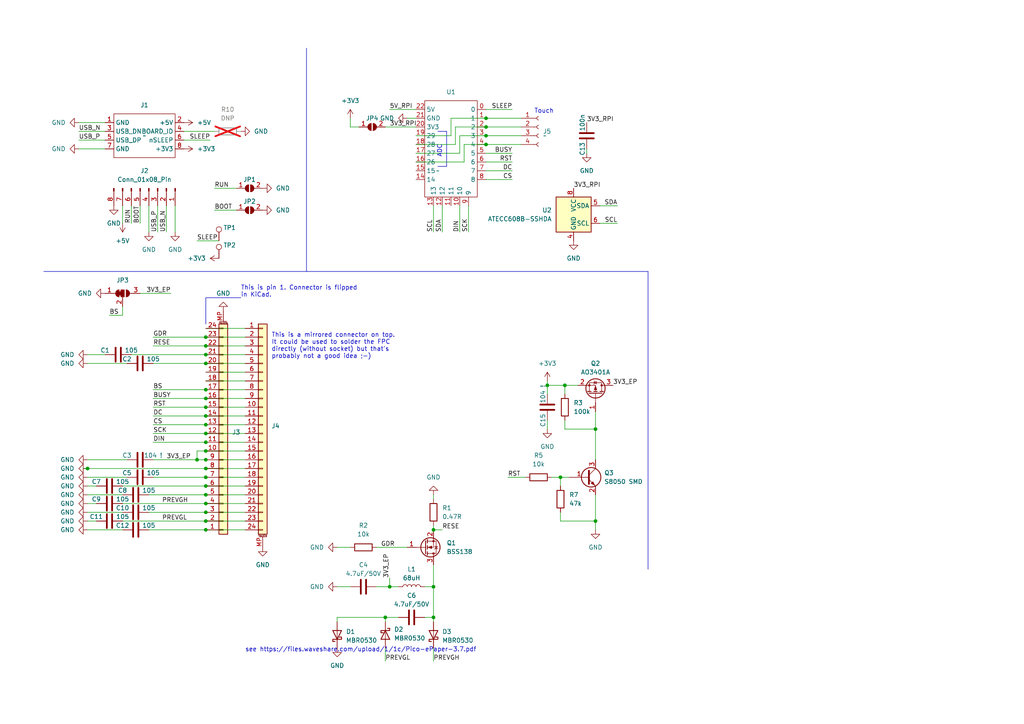
<source format=kicad_sch>
(kicad_sch (version 20230121) (generator eeschema)
  (paper "A4")
  (lib_symbols
    (symbol "Connector:Conn_01x04_Socket" (pin_names (offset 1.016) hide)
      (property "Reference" "J" (at 0 5.08 0))
      (property "Value" "Conn_01x04_Socket" (at 0 -7.62 0))
      (symbol "Conn_01x04_Socket_1_1"
        (arc (start 0 -4.572) (mid -0.5058 -5.08) (end 0 -5.588) (stroke (width 0.1524)))
        (arc (start 0 -2.032) (mid -0.5058 -2.54) (end 0 -3.048) (stroke (width 0.1524)))
        (polyline (pts (xy -1.27 -5.08) (xy -0.508 -5.08)) (stroke (width 0.1524)))
        (polyline (pts (xy -1.27 -2.54) (xy -0.508 -2.54)) (stroke (width 0.1524)))
        (polyline (pts (xy -1.27 0) (xy -0.508 0)) (stroke (width 0.1524)))
        (polyline (pts (xy -1.27 2.54) (xy -0.508 2.54)) (stroke (width 0.1524)))
        (arc (start 0 0.508) (mid -0.5058 0) (end 0 -0.508) (stroke (width 0.1524)))
        (arc (start 0 3.048) (mid -0.5058 2.54) (end 0 2.032) (stroke (width 0.1524)))
        (pin passive line (at -5.08 2.54 0) (length 3.81) (name "Pin_1") (number "1"))
        (pin passive line (at -5.08 0 0) (length 3.81) (name "Pin_2") (number "2"))
        (pin passive line (at -5.08 -2.54 0) (length 3.81) (name "Pin_3") (number "3"))
        (pin passive line (at -5.08 -5.08 0) (length 3.81) (name "Pin_4") (number "4"))
      )
    )
    (symbol "Connector:Conn_01x08_Pin" (pin_names (offset 1.016) hide)
      (property "Reference" "J" (at 0 10.16 0))
      (property "Value" "Conn_01x08_Pin" (at 0 -12.7 0))
      (symbol "Conn_01x08_Pin_1_1"
        (polyline (pts (xy 1.27 -10.16) (xy 0.8636 -10.16)) (stroke (width 0.1524)))
        (polyline (pts (xy 1.27 -7.62) (xy 0.8636 -7.62)) (stroke (width 0.1524)))
        (polyline (pts (xy 1.27 -5.08) (xy 0.8636 -5.08)) (stroke (width 0.1524)))
        (polyline (pts (xy 1.27 -2.54) (xy 0.8636 -2.54)) (stroke (width 0.1524)))
        (polyline (pts (xy 1.27 0) (xy 0.8636 0)) (stroke (width 0.1524)))
        (polyline (pts (xy 1.27 2.54) (xy 0.8636 2.54)) (stroke (width 0.1524)))
        (polyline (pts (xy 1.27 5.08) (xy 0.8636 5.08)) (stroke (width 0.1524)))
        (polyline (pts (xy 1.27 7.62) (xy 0.8636 7.62)) (stroke (width 0.1524)))
        (rectangle (start 0.8636 -10.033) (end 0 -10.287) (stroke (width 0.1524)) (fill (type outline)))
        (rectangle (start 0.8636 -7.493) (end 0 -7.747) (stroke (width 0.1524)) (fill (type outline)))
        (rectangle (start 0.8636 -4.953) (end 0 -5.207) (stroke (width 0.1524)) (fill (type outline)))
        (rectangle (start 0.8636 -2.413) (end 0 -2.667) (stroke (width 0.1524)) (fill (type outline)))
        (rectangle (start 0.8636 0.127) (end 0 -0.127) (stroke (width 0.1524)) (fill (type outline)))
        (rectangle (start 0.8636 2.667) (end 0 2.413) (stroke (width 0.1524)) (fill (type outline)))
        (rectangle (start 0.8636 5.207) (end 0 4.953) (stroke (width 0.1524)) (fill (type outline)))
        (rectangle (start 0.8636 7.747) (end 0 7.493) (stroke (width 0.1524)) (fill (type outline)))
        (pin passive line (at 5.08 7.62 180) (length 3.81) (name "Pin_1") (number "1"))
        (pin passive line (at 5.08 5.08 180) (length 3.81) (name "Pin_2") (number "2"))
        (pin passive line (at 5.08 2.54 180) (length 3.81) (name "Pin_3") (number "3"))
        (pin passive line (at 5.08 0 180) (length 3.81) (name "Pin_4") (number "4"))
        (pin passive line (at 5.08 -2.54 180) (length 3.81) (name "Pin_5") (number "5"))
        (pin passive line (at 5.08 -5.08 180) (length 3.81) (name "Pin_6") (number "6"))
        (pin passive line (at 5.08 -7.62 180) (length 3.81) (name "Pin_7") (number "7"))
        (pin passive line (at 5.08 -10.16 180) (length 3.81) (name "Pin_8") (number "8"))
      )
    )
    (symbol "Connector:TestPoint" (pin_numbers hide) (pin_names (offset 0.762) hide)
      (property "Reference" "TP" (at 0 6.858 0))
      (property "Value" "TestPoint" (at 0 5.08 0))
      (symbol "TestPoint_0_1"
        (circle (center 0 3.302) (radius 0.762))
      )
      (symbol "TestPoint_1_1"
        (pin passive line (at 0 0 90) (length 2.54) (name "1") (number "1"))
      )
    )
    (symbol "Connector_Generic_MountingPin:Conn_01x24_MountingPin" (pin_names (offset 1.016) hide)
      (property "Reference" "J" (at 0 30.48 0))
      (property "Value" "Conn_01x24_MountingPin" (at 1.27 -33.02 0))
      (symbol "Conn_01x24_MountingPin_1_1"
        (rectangle (start -1.27 -30.353) (end 0 -30.607) (stroke (width 0.1524)))
        (rectangle (start -1.27 -27.813) (end 0 -28.067) (stroke (width 0.1524)))
        (rectangle (start -1.27 -25.273) (end 0 -25.527) (stroke (width 0.1524)))
        (rectangle (start -1.27 -22.733) (end 0 -22.987) (stroke (width 0.1524)))
        (rectangle (start -1.27 -20.193) (end 0 -20.447) (stroke (width 0.1524)))
        (rectangle (start -1.27 -17.653) (end 0 -17.907) (stroke (width 0.1524)))
        (rectangle (start -1.27 -15.113) (end 0 -15.367) (stroke (width 0.1524)))
        (rectangle (start -1.27 -12.573) (end 0 -12.827) (stroke (width 0.1524)))
        (rectangle (start -1.27 -10.033) (end 0 -10.287) (stroke (width 0.1524)))
        (rectangle (start -1.27 -7.493) (end 0 -7.747) (stroke (width 0.1524)))
        (rectangle (start -1.27 -4.953) (end 0 -5.207) (stroke (width 0.1524)))
        (rectangle (start -1.27 -2.413) (end 0 -2.667) (stroke (width 0.1524)))
        (rectangle (start -1.27 0.127) (end 0 -0.127) (stroke (width 0.1524)))
        (rectangle (start -1.27 2.667) (end 0 2.413) (stroke (width 0.1524)))
        (rectangle (start -1.27 5.207) (end 0 4.953) (stroke (width 0.1524)))
        (rectangle (start -1.27 7.747) (end 0 7.493) (stroke (width 0.1524)))
        (rectangle (start -1.27 10.287) (end 0 10.033) (stroke (width 0.1524)))
        (rectangle (start -1.27 12.827) (end 0 12.573) (stroke (width 0.1524)))
        (rectangle (start -1.27 15.367) (end 0 15.113) (stroke (width 0.1524)))
        (rectangle (start -1.27 17.907) (end 0 17.653) (stroke (width 0.1524)))
        (rectangle (start -1.27 20.447) (end 0 20.193) (stroke (width 0.1524)))
        (rectangle (start -1.27 22.987) (end 0 22.733) (stroke (width 0.1524)))
        (rectangle (start -1.27 25.527) (end 0 25.273) (stroke (width 0.1524)))
        (rectangle (start -1.27 28.067) (end 0 27.813) (stroke (width 0.1524)))
        (rectangle (start -1.27 29.21) (end 1.27 -31.75) (stroke (width 0.254)) (fill (type background)))
        (polyline (pts (xy -1.016 -32.512) (xy 1.016 -32.512)) (stroke (width 0.1524)))
        (text "Mounting" (at 0 -32.131 0) (effects (font (size 0.381 0.381))))
        (pin passive line (at -5.08 27.94 0) (length 3.81) (name "Pin_1") (number "1"))
        (pin passive line (at -5.08 5.08 0) (length 3.81) (name "Pin_10") (number "10"))
        (pin passive line (at -5.08 2.54 0) (length 3.81) (name "Pin_11") (number "11"))
        (pin passive line (at -5.08 0 0) (length 3.81) (name "Pin_12") (number "12"))
        (pin passive line (at -5.08 -2.54 0) (length 3.81) (name "Pin_13") (number "13"))
        (pin passive line (at -5.08 -5.08 0) (length 3.81) (name "Pin_14") (number "14"))
        (pin passive line (at -5.08 -7.62 0) (length 3.81) (name "Pin_15") (number "15"))
        (pin passive line (at -5.08 -10.16 0) (length 3.81) (name "Pin_16") (number "16"))
        (pin passive line (at -5.08 -12.7 0) (length 3.81) (name "Pin_17") (number "17"))
        (pin passive line (at -5.08 -15.24 0) (length 3.81) (name "Pin_18") (number "18"))
        (pin passive line (at -5.08 -17.78 0) (length 3.81) (name "Pin_19") (number "19"))
        (pin passive line (at -5.08 25.4 0) (length 3.81) (name "Pin_2") (number "2"))
        (pin passive line (at -5.08 -20.32 0) (length 3.81) (name "Pin_20") (number "20"))
        (pin passive line (at -5.08 -22.86 0) (length 3.81) (name "Pin_21") (number "21"))
        (pin passive line (at -5.08 -25.4 0) (length 3.81) (name "Pin_22") (number "22"))
        (pin passive line (at -5.08 -27.94 0) (length 3.81) (name "Pin_23") (number "23"))
        (pin passive line (at -5.08 -30.48 0) (length 3.81) (name "Pin_24") (number "24"))
        (pin passive line (at -5.08 22.86 0) (length 3.81) (name "Pin_3") (number "3"))
        (pin passive line (at -5.08 20.32 0) (length 3.81) (name "Pin_4") (number "4"))
        (pin passive line (at -5.08 17.78 0) (length 3.81) (name "Pin_5") (number "5"))
        (pin passive line (at -5.08 15.24 0) (length 3.81) (name "Pin_6") (number "6"))
        (pin passive line (at -5.08 12.7 0) (length 3.81) (name "Pin_7") (number "7"))
        (pin passive line (at -5.08 10.16 0) (length 3.81) (name "Pin_8") (number "8"))
        (pin passive line (at -5.08 7.62 0) (length 3.81) (name "Pin_9") (number "9"))
        (pin passive line (at 0 -35.56 90) (length 3.048) (name "MountPin") (number "MP"))
      )
    )
    (symbol "Device:C" (pin_numbers hide) (pin_names (offset 0.254))
      (property "Reference" "C" (at 0.635 2.54 0))
      (property "Value" "C" (at 0.635 -2.54 0))
      (symbol "C_0_1"
        (polyline (pts (xy -2.032 -0.762) (xy 2.032 -0.762)) (stroke (width 0.508)))
        (polyline (pts (xy -2.032 0.762) (xy 2.032 0.762)) (stroke (width 0.508)))
      )
      (symbol "C_1_1"
        (pin passive line (at 0 3.81 270) (length 2.794) (name "~") (number "1"))
        (pin passive line (at 0 -3.81 90) (length 2.794) (name "~") (number "2"))
      )
    )
    (symbol "Device:L" (pin_numbers hide) (pin_names (offset 1.016) hide)
      (property "Reference" "L" (at -1.27 0 90))
      (property "Value" "L" (at 1.905 0 90))
      (symbol "L_0_1"
        (arc (start 0 -2.54) (mid 0.6323 -1.905) (end 0 -1.27))
        (arc (start 0 -1.27) (mid 0.6323 -0.635) (end 0 0))
        (arc (start 0 0) (mid 0.6323 0.635) (end 0 1.27))
        (arc (start 0 1.27) (mid 0.6323 1.905) (end 0 2.54))
      )
      (symbol "L_1_1"
        (pin passive line (at 0 3.81 270) (length 1.27) (name "1") (number "1"))
        (pin passive line (at 0 -3.81 90) (length 1.27) (name "2") (number "2"))
      )
    )
    (symbol "Device:R" (pin_numbers hide) (pin_names (offset 0))
      (property "Reference" "R" (at 2.032 0 90))
      (property "Value" "R" (at 0 0 90))
      (symbol "R_0_1"
        (rectangle (start -1.016 -2.54) (end 1.016 2.54) (stroke (width 0.254)))
      )
      (symbol "R_1_1"
        (pin passive line (at 0 3.81 270) (length 1.27) (name "~") (number "1"))
        (pin passive line (at 0 -3.81 90) (length 1.27) (name "~") (number "2"))
      )
    )
    (symbol "Diode:MBR0530" (pin_numbers hide) (pin_names (offset 1.016) hide)
      (property "Reference" "D" (at 0 2.54 0))
      (property "Value" "MBR0530" (at 0 -2.54 0))
      (symbol "MBR0530_0_1"
        (polyline (pts (xy 1.27 0) (xy -1.27 0)))
        (polyline (pts (xy 1.27 1.27) (xy 1.27 -1.27) (xy -1.27 0) (xy 1.27 1.27)) (stroke (width 0.254)))
        (polyline (pts (xy -1.905 0.635) (xy -1.905 1.27) (xy -1.27 1.27) (xy -1.27 -1.27) (xy -0.635 -1.27) (xy -0.635 -0.635)) (stroke (width 0.254)))
      )
      (symbol "MBR0530_1_1"
        (pin passive line (at -3.81 0 0) (length 2.54) (name "K") (number "1"))
        (pin passive line (at 3.81 0 180) (length 2.54) (name "A") (number "2"))
      )
    )
    (symbol "Jumper:SolderJumper_2_Open" (pin_names (offset 0) hide)
      (property "Reference" "JP" (at 0 2.032 0))
      (property "Value" "SolderJumper_2_Open" (at 0 -2.54 0))
      (symbol "SolderJumper_2_Open_0_1"
        (arc (start -0.254 1.016) (mid -1.2656 0) (end -0.254 -1.016))
        (arc (start -0.254 1.016) (mid -1.2656 0) (end -0.254 -1.016) (fill (type outline)))
        (polyline (pts (xy -0.254 1.016) (xy -0.254 -1.016)))
        (polyline (pts (xy 0.254 1.016) (xy 0.254 -1.016)))
        (arc (start 0.254 -1.016) (mid 1.2656 0) (end 0.254 1.016))
        (arc (start 0.254 -1.016) (mid 1.2656 0) (end 0.254 1.016) (fill (type outline)))
      )
      (symbol "SolderJumper_2_Open_1_1"
        (pin passive line (at -3.81 0 0) (length 2.54) (name "A") (number "1"))
        (pin passive line (at 3.81 0 180) (length 2.54) (name "B") (number "2"))
      )
    )
    (symbol "Jumper:SolderJumper_3_Bridged12" (pin_names (offset 0) hide)
      (property "Reference" "JP" (at -2.54 -2.54 0))
      (property "Value" "SolderJumper_3_Bridged12" (at 0 2.794 0))
      (symbol "SolderJumper_3_Bridged12_0_1"
        (rectangle (start -1.016 0.508) (end -0.508 -0.508) (fill (type outline)))
        (arc (start -1.016 1.016) (mid -2.0276 0) (end -1.016 -1.016))
        (arc (start -1.016 1.016) (mid -2.0276 0) (end -1.016 -1.016) (fill (type outline)))
        (rectangle (start -0.508 1.016) (end 0.508 -1.016) (fill (type outline)))
        (polyline (pts (xy -2.54 0) (xy -2.032 0)))
        (polyline (pts (xy -1.016 1.016) (xy -1.016 -1.016)))
        (polyline (pts (xy 0 -1.27) (xy 0 -1.016)))
        (polyline (pts (xy 1.016 1.016) (xy 1.016 -1.016)))
        (polyline (pts (xy 2.54 0) (xy 2.032 0)))
        (arc (start 1.016 -1.016) (mid 2.0276 0) (end 1.016 1.016))
        (arc (start 1.016 -1.016) (mid 2.0276 0) (end 1.016 1.016) (fill (type outline)))
      )
      (symbol "SolderJumper_3_Bridged12_1_1"
        (pin passive line (at -5.08 0 0) (length 2.54) (name "A") (number "1"))
        (pin passive line (at 0 -3.81 90) (length 2.54) (name "C") (number "2"))
        (pin passive line (at 5.08 0 180) (length 2.54) (name "B") (number "3"))
      )
    )
    (symbol "Security:ATECC608B-SSHDA"
      (property "Reference" "U" (at 3.81 6.35 0))
      (property "Value" "ATECC608B-SSHDA" (at 10.16 -6.35 0))
      (symbol "ATECC608B-SSHDA_0_1"
        (rectangle (start -5.08 5.08) (end 5.08 -5.08) (stroke (width 0.254)) (fill (type background)))
      )
      (symbol "ATECC608B-SSHDA_1_1"
        (pin no_connect line (at -5.08 2.54 0) (length 2.54) hide (name "NC") (number "1"))
        (pin no_connect line (at -5.08 0 0) (length 2.54) hide (name "NC") (number "2"))
        (pin no_connect line (at -5.08 -2.54 0) (length 2.54) hide (name "NC") (number "3"))
        (pin power_in line (at 0 -7.62 90) (length 2.54) (name "GND") (number "4"))
        (pin bidirectional line (at 7.62 2.54 180) (length 2.54) (name "SDA") (number "5"))
        (pin input line (at 7.62 -2.54 180) (length 2.54) (name "SCL") (number "6"))
        (pin no_connect line (at 5.08 0 180) (length 2.54) hide (name "NC") (number "7"))
        (pin power_in line (at 0 7.62 270) (length 2.54) (name "VCC") (number "8"))
      )
    )
    (symbol "Transistor_BJT:BC817" (pin_names (offset 0) hide)
      (property "Reference" "Q" (at 5.08 1.905 0))
      (property "Value" "BC817" (at 5.08 0 0))
      (symbol "BC817_0_1"
        (polyline (pts (xy 0.635 0.635) (xy 2.54 2.54)))
        (polyline (pts (xy 0.635 -0.635) (xy 2.54 -2.54) (xy 2.54 -2.54)))
        (polyline (pts (xy 0.635 1.905) (xy 0.635 -1.905) (xy 0.635 -1.905)) (stroke (width 0.508)))
        (polyline (pts (xy 1.27 -1.778) (xy 1.778 -1.27) (xy 2.286 -2.286) (xy 1.27 -1.778) (xy 1.27 -1.778)) (fill (type outline)))
        (circle (center 1.27 0) (radius 2.8194) (stroke (width 0.254)))
      )
      (symbol "BC817_1_1"
        (pin input line (at -5.08 0 0) (length 5.715) (name "B") (number "1"))
        (pin passive line (at 2.54 -5.08 90) (length 2.54) (name "E") (number "2"))
        (pin passive line (at 2.54 5.08 270) (length 2.54) (name "C") (number "3"))
      )
    )
    (symbol "Transistor_FET:AO3401A" (pin_names hide)
      (property "Reference" "Q" (at 5.08 1.905 0))
      (property "Value" "AO3401A" (at 5.08 0 0))
      (symbol "AO3401A_0_1"
        (polyline (pts (xy 0.254 0) (xy -2.54 0)))
        (polyline (pts (xy 0.254 1.905) (xy 0.254 -1.905)) (stroke (width 0.254)))
        (polyline (pts (xy 0.762 -1.27) (xy 0.762 -2.286)) (stroke (width 0.254)))
        (polyline (pts (xy 0.762 0.508) (xy 0.762 -0.508)) (stroke (width 0.254)))
        (polyline (pts (xy 0.762 2.286) (xy 0.762 1.27)) (stroke (width 0.254)))
        (polyline (pts (xy 2.54 2.54) (xy 2.54 1.778)))
        (polyline (pts (xy 2.54 -2.54) (xy 2.54 0) (xy 0.762 0)))
        (polyline (pts (xy 0.762 1.778) (xy 3.302 1.778) (xy 3.302 -1.778) (xy 0.762 -1.778)))
        (polyline (pts (xy 2.286 0) (xy 1.27 0.381) (xy 1.27 -0.381) (xy 2.286 0)) (fill (type outline)))
        (polyline (pts (xy 2.794 -0.508) (xy 2.921 -0.381) (xy 3.683 -0.381) (xy 3.81 -0.254)))
        (polyline (pts (xy 3.302 -0.381) (xy 2.921 0.254) (xy 3.683 0.254) (xy 3.302 -0.381)))
        (circle (center 1.651 0) (radius 2.794) (stroke (width 0.254)))
        (circle (center 2.54 -1.778) (radius 0.254) (fill (type outline)))
        (circle (center 2.54 1.778) (radius 0.254) (fill (type outline)))
      )
      (symbol "AO3401A_1_1"
        (pin input line (at -5.08 0 0) (length 2.54) (name "G") (number "1"))
        (pin passive line (at 2.54 -5.08 90) (length 2.54) (name "S") (number "2"))
        (pin passive line (at 2.54 5.08 270) (length 2.54) (name "D") (number "3"))
      )
    )
    (symbol "Transistor_FET:BSS138" (pin_names hide)
      (property "Reference" "Q" (at 5.08 1.905 0))
      (property "Value" "BSS138" (at 5.08 0 0))
      (symbol "BSS138_0_1"
        (polyline (pts (xy 0.254 0) (xy -2.54 0)))
        (polyline (pts (xy 0.254 1.905) (xy 0.254 -1.905)) (stroke (width 0.254)))
        (polyline (pts (xy 0.762 -1.27) (xy 0.762 -2.286)) (stroke (width 0.254)))
        (polyline (pts (xy 0.762 0.508) (xy 0.762 -0.508)) (stroke (width 0.254)))
        (polyline (pts (xy 0.762 2.286) (xy 0.762 1.27)) (stroke (width 0.254)))
        (polyline (pts (xy 2.54 2.54) (xy 2.54 1.778)))
        (polyline (pts (xy 2.54 -2.54) (xy 2.54 0) (xy 0.762 0)))
        (polyline (pts (xy 0.762 -1.778) (xy 3.302 -1.778) (xy 3.302 1.778) (xy 0.762 1.778)))
        (polyline (pts (xy 1.016 0) (xy 2.032 0.381) (xy 2.032 -0.381) (xy 1.016 0)) (fill (type outline)))
        (polyline (pts (xy 2.794 0.508) (xy 2.921 0.381) (xy 3.683 0.381) (xy 3.81 0.254)))
        (polyline (pts (xy 3.302 0.381) (xy 2.921 -0.254) (xy 3.683 -0.254) (xy 3.302 0.381)))
        (circle (center 1.651 0) (radius 2.794) (stroke (width 0.254)))
        (circle (center 2.54 -1.778) (radius 0.254) (fill (type outline)))
        (circle (center 2.54 1.778) (radius 0.254) (fill (type outline)))
      )
      (symbol "BSS138_1_1"
        (pin input line (at -5.08 0 0) (length 2.54) (name "G") (number "1"))
        (pin passive line (at 2.54 -5.08 90) (length 2.54) (name "S") (number "2"))
        (pin passive line (at 2.54 5.08 270) (length 2.54) (name "D") (number "3"))
      )
    )
    (symbol "fw16_epaper:FrameworkInputModule"
      (property "Reference" "J" (at 0 -7.62 0))
      (symbol "FrameworkInputModule_0_1"
        (rectangle (start -8.89 6.35) (end 8.89 -6.35))
      )
      (symbol "FrameworkInputModule_1_1"
        (pin input line (at -11.43 3.81 0) (length 2.54) (name "GND") (number "1"))
        (pin input line (at 11.43 3.81 180) (length 2.54) (name "+5V") (number "2"))
        (pin input line (at -11.43 1.27 0) (length 2.54) (name "USB_DN") (number "3"))
        (pin input line (at 11.43 1.27 180) (length 2.54) (name "BOARD_ID") (number "4"))
        (pin input line (at -11.43 -1.27 0) (length 2.54) (name "USB_DP") (number "5"))
        (pin input line (at 11.43 -1.27 180) (length 2.54) (name "nSLEEP") (number "6"))
        (pin input line (at -11.43 -3.81 0) (length 2.54) (name "GND") (number "7"))
        (pin input line (at 11.43 -3.81 180) (length 2.54) (name "+3V3") (number "8"))
      )
    )
    (symbol "fw16_epaper:RP2040-Tiny"
      (property "Reference" "U" (at 0 0 0))
      (symbol "RP2040-Tiny_0_1"
        (rectangle (start -7.62 12.7) (end 7.62 -15.24))
      )
      (symbol "RP2040-Tiny_1_1"
        (pin input line (at 10.16 10.16 180) (length 2.54) (name "0") (number "0"))
        (pin input line (at 10.16 7.62 180) (length 2.54) (name "1") (number "1"))
        (pin input line (at 2.54 -17.78 90) (length 2.54) (name "10") (number "10"))
        (pin input line (at 0 -17.78 90) (length 2.54) (name "11") (number "11"))
        (pin input line (at -2.54 -17.78 90) (length 2.54) (name "12") (number "12"))
        (pin input line (at -5.08 -17.78 90) (length 2.54) (name "13") (number "13"))
        (pin input line (at -10.16 -10.16 0) (length 2.54) (name "14") (number "14"))
        (pin input line (at -10.16 -7.62 0) (length 2.54) (name "15") (number "15"))
        (pin input line (at -10.16 -5.08 0) (length 2.54) (name "26") (number "16"))
        (pin input line (at -10.16 -2.54 0) (length 2.54) (name "27") (number "17"))
        (pin input line (at -10.16 0 0) (length 2.54) (name "28") (number "18"))
        (pin input line (at -10.16 2.54 0) (length 2.54) (name "29") (number "19"))
        (pin input line (at 10.16 5.08 180) (length 2.54) (name "2") (number "2"))
        (pin input line (at -10.16 5.08 0) (length 2.54) (name "3V3") (number "20"))
        (pin input line (at -10.16 7.62 0) (length 2.54) (name "GND") (number "21"))
        (pin input line (at -10.16 10.16 0) (length 2.54) (name "5V") (number "22"))
        (pin input line (at 10.16 2.54 180) (length 2.54) (name "3") (number "3"))
        (pin input line (at 10.16 0 180) (length 2.54) (name "4") (number "4"))
        (pin input line (at 10.16 -2.54 180) (length 2.54) (name "5") (number "5"))
        (pin input line (at 10.16 -5.08 180) (length 2.54) (name "6") (number "6"))
        (pin input line (at 10.16 -7.62 180) (length 2.54) (name "7") (number "7"))
        (pin input line (at 10.16 -10.16 180) (length 2.54) (name "8") (number "8"))
        (pin input line (at 5.08 -17.78 90) (length 2.54) (name "9") (number "9"))
      )
    )
    (symbol "power:+3V3" (power) (pin_names (offset 0))
      (property "Value" "+3V3" (at 0 3.556 0))
      (symbol "+3V3_0_1"
        (polyline (pts (xy -0.762 1.27) (xy 0 2.54)))
        (polyline (pts (xy 0 0) (xy 0 2.54)))
        (polyline (pts (xy 0 2.54) (xy 0.762 1.27)))
      )
      (symbol "+3V3_1_1"
        (pin power_in line (at 0 0 90) (length 0) hide (name "+3V3") (number "1"))
      )
    )
    (symbol "power:+5V" (power) (pin_names (offset 0))
      (property "Value" "+5V" (at 0 3.556 0))
      (symbol "+5V_0_1"
        (polyline (pts (xy -0.762 1.27) (xy 0 2.54)))
        (polyline (pts (xy 0 0) (xy 0 2.54)))
        (polyline (pts (xy 0 2.54) (xy 0.762 1.27)))
      )
      (symbol "+5V_1_1"
        (pin power_in line (at 0 0 90) (length 0) hide (name "+5V") (number "1"))
      )
    )
    (symbol "power:GND" (power) (pin_names (offset 0))
      (property "Value" "GND" (at 0 -3.81 0))
      (symbol "GND_0_1"
        (polyline (pts (xy 0 0) (xy 0 -1.27) (xy 1.27 -1.27) (xy 0 -2.54) (xy -1.27 -1.27) (xy 0 -1.27)))
      )
      (symbol "GND_1_1"
        (pin power_in line (at 0 0 270) (length 0) hide (name "GND") (number "1"))
      )
    )
  )
  (junction (at 59.69 153.67))
  (junction (at 59.69 143.51))
  (junction (at 59.69 105.41))
  (junction (at 158.75 111.76))
  (junction (at 25.4 135.89))
  (junction (at 59.69 135.89))
  (junction (at 59.69 102.87))
  (junction (at 59.69 100.33))
  (junction (at 162.56 138.43))
  (junction (at 125.73 153.67))
  (junction (at 59.69 128.27))
  (junction (at 59.69 138.43))
  (junction (at 59.69 120.65))
  (junction (at 59.69 97.79))
  (junction (at 59.69 130.81))
  (junction (at 172.72 124.46))
  (junction (at 125.73 170.18))
  (junction (at 172.72 151.13))
  (junction (at 111.76 179.07))
  (junction (at 140.97 39.37))
  (junction (at 57.15 133.35))
  (junction (at 113.03 170.18))
  (junction (at 59.69 115.57))
  (junction (at 140.97 34.29))
  (junction (at 140.97 36.83))
  (junction (at 163.83 111.76))
  (junction (at 59.69 151.13))
  (junction (at 59.69 146.05))
  (junction (at 125.73 179.07))
  (junction (at 59.69 133.35))
  (junction (at 59.69 140.97))
  (junction (at 59.69 148.59))
  (junction (at 59.69 113.03))
  (junction (at 59.69 125.73))
  (junction (at 59.69 123.19))
  (junction (at 140.97 41.91))
  (junction (at 59.69 118.11))
  (wire (pts (xy 59.69 130.81) (xy 57.15 130.81)))
  (wire (pts (xy 25.4 105.41) (xy 36.83 105.41)))
  (wire (pts (xy 38.1 59.69) (xy 38.1 64.77)))
  (wire (pts (xy 59.69 120.65) (xy 71.12 120.65)))
  (wire (pts (xy 25.4 138.43) (xy 36.83 138.43)))
  (wire (pts (xy 111.76 179.07) (xy 111.76 180.34)))
  (wire (pts (xy 97.79 179.07) (xy 97.79 180.34)))
  (wire (pts (xy 44.45 113.03) (xy 59.69 113.03)))
  (wire (pts (xy 59.69 113.03) (xy 71.12 113.03)))
  (wire (pts (xy 148.59 52.07) (xy 140.97 52.07)))
  (wire (pts (xy 44.45 115.57) (xy 59.69 115.57)))
  (wire (pts (xy 113.03 170.18) (xy 115.57 170.18)))
  (wire (pts (xy 172.72 151.13) (xy 172.72 153.67)))
  (wire (pts (xy 43.18 143.51) (xy 59.69 143.51)))
  (wire (pts (xy 59.69 130.81) (xy 71.12 130.81)))
  (wire (pts (xy 44.45 128.27) (xy 59.69 128.27)))
  (wire (pts (xy 24.13 135.89) (xy 25.4 135.89)))
  (wire (pts (xy 59.69 125.73) (xy 71.12 125.73)))
  (polyline (pts (xy 59.69 86.36) (xy 59.69 93.98)))
  (wire (pts (xy 162.56 148.59) (xy 162.56 151.13)))
  (wire (pts (xy 22.86 43.18) (xy 30.48 43.18)))
  (wire (pts (xy 31.75 91.44) (xy 35.56 91.44)))
  (wire (pts (xy 25.4 133.35) (xy 36.83 133.35)))
  (wire (pts (xy 59.69 146.05) (xy 71.12 146.05)))
  (polyline (pts (xy 12.7 78.74) (xy 187.96 78.74)))
  (wire (pts (xy 25.4 140.97) (xy 27.94 140.97)))
  (wire (pts (xy 133.35 44.45) (xy 133.35 39.37)))
  (wire (pts (xy 40.64 85.09) (xy 49.53 85.09)))
  (wire (pts (xy 163.83 121.92) (xy 163.83 124.46)))
  (polyline (pts (xy 69.85 86.36) (xy 59.69 86.36)))
  (wire (pts (xy 134.62 41.91) (xy 140.97 41.91)))
  (wire (pts (xy 147.32 138.43) (xy 152.4 138.43)))
  (wire (pts (xy 132.08 36.83) (xy 140.97 36.83)))
  (wire (pts (xy 120.65 41.91) (xy 132.08 41.91)))
  (wire (pts (xy 115.57 179.07) (xy 111.76 179.07)))
  (wire (pts (xy 62.23 54.61) (xy 68.58 54.61)))
  (wire (pts (xy 130.81 34.29) (xy 140.97 34.29)))
  (wire (pts (xy 59.69 153.67) (xy 71.12 153.67)))
  (wire (pts (xy 173.99 59.69) (xy 179.07 59.69)))
  (wire (pts (xy 158.75 110.49) (xy 158.75 111.76)))
  (wire (pts (xy 125.73 152.4) (xy 125.73 153.67)))
  (wire (pts (xy 109.22 158.75) (xy 118.11 158.75)))
  (wire (pts (xy 128.27 59.69) (xy 128.27 67.31)))
  (wire (pts (xy 170.18 44.45) (xy 170.18 43.18)))
  (wire (pts (xy 22.86 40.64) (xy 30.48 40.64)))
  (wire (pts (xy 111.76 179.07) (xy 97.79 179.07)))
  (wire (pts (xy 163.83 111.76) (xy 163.83 114.3)))
  (wire (pts (xy 97.79 158.75) (xy 101.6 158.75)))
  (wire (pts (xy 148.59 46.99) (xy 140.97 46.99)))
  (wire (pts (xy 140.97 34.29) (xy 151.13 34.29)))
  (wire (pts (xy 59.69 148.59) (xy 71.12 148.59)))
  (wire (pts (xy 113.03 167.64) (xy 113.03 170.18)))
  (wire (pts (xy 59.69 107.95) (xy 71.12 107.95)))
  (wire (pts (xy 48.26 59.69) (xy 48.26 67.31)))
  (wire (pts (xy 43.18 153.67) (xy 59.69 153.67)))
  (wire (pts (xy 44.45 105.41) (xy 59.69 105.41)))
  (wire (pts (xy 35.56 59.69) (xy 35.56 64.77)))
  (wire (pts (xy 97.79 170.18) (xy 101.6 170.18)))
  (wire (pts (xy 45.72 59.69) (xy 45.72 67.31)))
  (wire (pts (xy 25.4 146.05) (xy 27.94 146.05)))
  (wire (pts (xy 44.45 123.19) (xy 59.69 123.19)))
  (wire (pts (xy 101.6 36.83) (xy 104.14 36.83)))
  (wire (pts (xy 59.69 151.13) (xy 71.12 151.13)))
  (wire (pts (xy 57.15 130.81) (xy 57.15 133.35)))
  (wire (pts (xy 109.22 170.18) (xy 113.03 170.18)))
  (wire (pts (xy 123.19 170.18) (xy 125.73 170.18)))
  (wire (pts (xy 59.69 100.33) (xy 71.12 100.33)))
  (wire (pts (xy 133.35 67.31) (xy 133.35 59.69)))
  (wire (pts (xy 59.69 97.79) (xy 71.12 97.79)))
  (wire (pts (xy 125.73 163.83) (xy 125.73 170.18)))
  (wire (pts (xy 59.69 123.19) (xy 71.12 123.19)))
  (wire (pts (xy 132.08 41.91) (xy 132.08 36.83)))
  (wire (pts (xy 130.81 39.37) (xy 130.81 34.29)))
  (wire (pts (xy 163.83 111.76) (xy 167.64 111.76)))
  (wire (pts (xy 62.23 60.96) (xy 68.58 60.96)))
  (wire (pts (xy 125.73 187.96) (xy 125.73 191.77)))
  (polyline (pts (xy 187.96 165.1) (xy 187.96 78.74)))
  (wire (pts (xy 162.56 138.43) (xy 162.56 140.97)))
  (wire (pts (xy 135.89 67.31) (xy 135.89 59.69)))
  (wire (pts (xy 59.69 102.87) (xy 71.12 102.87)))
  (wire (pts (xy 38.1 102.87) (xy 59.69 102.87)))
  (wire (pts (xy 125.73 143.51) (xy 125.73 144.78)))
  (wire (pts (xy 125.73 179.07) (xy 123.19 179.07)))
  (wire (pts (xy 140.97 41.91) (xy 151.13 41.91)))
  (wire (pts (xy 133.35 39.37) (xy 140.97 39.37)))
  (wire (pts (xy 44.45 100.33) (xy 59.69 100.33)))
  (wire (pts (xy 35.56 146.05) (xy 59.69 146.05)))
  (polyline (pts (xy 127 38.1) (xy 129.54 38.1)))
  (wire (pts (xy 44.45 125.73) (xy 59.69 125.73)))
  (wire (pts (xy 25.4 151.13) (xy 27.94 151.13)))
  (wire (pts (xy 125.73 170.18) (xy 125.73 179.07)))
  (wire (pts (xy 53.34 38.1) (xy 62.23 38.1)))
  (wire (pts (xy 113.03 31.75) (xy 120.65 31.75)))
  (wire (pts (xy 118.11 34.29) (xy 120.65 34.29)))
  (wire (pts (xy 44.45 120.65) (xy 59.69 120.65)))
  (wire (pts (xy 125.73 180.34) (xy 125.73 179.07)))
  (wire (pts (xy 59.69 95.25) (xy 71.12 95.25)))
  (wire (pts (xy 111.76 36.83) (xy 120.65 36.83)))
  (wire (pts (xy 25.4 143.51) (xy 35.56 143.51)))
  (wire (pts (xy 140.97 31.75) (xy 148.59 31.75)))
  (wire (pts (xy 59.69 128.27) (xy 71.12 128.27)))
  (wire (pts (xy 44.45 97.79) (xy 59.69 97.79)))
  (wire (pts (xy 59.69 118.11) (xy 71.12 118.11)))
  (wire (pts (xy 134.62 46.99) (xy 134.62 41.91)))
  (wire (pts (xy 163.83 124.46) (xy 172.72 124.46)))
  (wire (pts (xy 25.4 102.87) (xy 30.48 102.87)))
  (wire (pts (xy 158.75 111.76) (xy 163.83 111.76)))
  (wire (pts (xy 172.72 143.51) (xy 172.72 151.13)))
  (wire (pts (xy 173.99 64.77) (xy 179.07 64.77)))
  (wire (pts (xy 148.59 49.53) (xy 140.97 49.53)))
  (wire (pts (xy 25.4 153.67) (xy 35.56 153.67)))
  (wire (pts (xy 59.69 140.97) (xy 71.12 140.97)))
  (wire (pts (xy 43.18 67.31) (xy 43.18 59.69)))
  (wire (pts (xy 172.72 124.46) (xy 172.72 133.35)))
  (wire (pts (xy 125.73 153.67) (xy 128.27 153.67)))
  (wire (pts (xy 162.56 151.13) (xy 172.72 151.13)))
  (wire (pts (xy 57.15 133.35) (xy 59.69 133.35)))
  (wire (pts (xy 59.69 115.57) (xy 71.12 115.57)))
  (wire (pts (xy 140.97 36.83) (xy 151.13 36.83)))
  (wire (pts (xy 35.56 91.44) (xy 35.56 88.9)))
  (wire (pts (xy 59.69 143.51) (xy 71.12 143.51)))
  (wire (pts (xy 160.02 138.43) (xy 162.56 138.43)))
  (wire (pts (xy 22.86 35.56) (xy 30.48 35.56)))
  (wire (pts (xy 53.34 40.64) (xy 60.96 40.64)))
  (wire (pts (xy 125.73 59.69) (xy 125.73 67.31)))
  (polyline (pts (xy 129.54 38.1) (xy 129.54 48.26)))
  (wire (pts (xy 59.69 138.43) (xy 71.12 138.43)))
  (wire (pts (xy 50.8 67.31) (xy 50.8 59.69)))
  (wire (pts (xy 44.45 118.11) (xy 59.69 118.11)))
  (wire (pts (xy 148.59 44.45) (xy 140.97 44.45)))
  (wire (pts (xy 59.69 133.35) (xy 71.12 133.35)))
  (wire (pts (xy 120.65 39.37) (xy 130.81 39.37)))
  (wire (pts (xy 162.56 138.43) (xy 165.1 138.43)))
  (wire (pts (xy 44.45 133.35) (xy 57.15 133.35)))
  (wire (pts (xy 43.18 148.59) (xy 59.69 148.59)))
  (wire (pts (xy 57.15 69.85) (xy 63.5 69.85)))
  (wire (pts (xy 158.75 114.3) (xy 158.75 111.76)))
  (wire (pts (xy 172.72 124.46) (xy 172.72 119.38)))
  (wire (pts (xy 59.69 105.41) (xy 71.12 105.41)))
  (wire (pts (xy 44.45 138.43) (xy 59.69 138.43)))
  (wire (pts (xy 111.76 187.96) (xy 111.76 191.77)))
  (wire (pts (xy 140.97 39.37) (xy 151.13 39.37)))
  (wire (pts (xy 59.69 110.49) (xy 71.12 110.49)))
  (wire (pts (xy 25.4 135.89) (xy 59.69 135.89)))
  (polyline (pts (xy 127 48.26) (xy 129.54 48.26)))
  (wire (pts (xy 40.64 59.69) (xy 40.64 64.77)))
  (wire (pts (xy 120.65 44.45) (xy 133.35 44.45)))
  (polyline (pts (xy 88.9 13.97) (xy 88.9 78.74)))
  (wire (pts (xy 158.75 121.92) (xy 158.75 124.46)))
  (wire (pts (xy 22.86 38.1) (xy 30.48 38.1)))
  (wire (pts (xy 120.65 46.99) (xy 134.62 46.99)))
  (wire (pts (xy 35.56 140.97) (xy 59.69 140.97)))
  (wire (pts (xy 25.4 148.59) (xy 35.56 148.59)))
  (wire (pts (xy 35.56 151.13) (xy 59.69 151.13)))
  (wire (pts (xy 59.69 135.89) (xy 71.12 135.89)))
  (wire (pts (xy 101.6 34.29) (xy 101.6 36.83)))
  (text "see https://files.waveshare.com/upload/1/1c/Pico-ePaper-3.7.pdf" (at 71.12 189.23 0) (effects (font (size 1.27 1.27)) (justify left bottom)))
  (text "This is a mirrored connector on top.\nIt could be used to solder the FPC\ndirectly (without socket) but that's\nprobably not a good idea ;-)" (at 78.74 104.14 0) (effects (font (size 1.27 1.27)) (justify left bottom)))
  (text "Touch" (at 154.94 33.02 0) (effects (font (size 1.27 1.27)) (justify left bottom)))
  (text "ADC" (at 128.27 45.72 90) (effects (font (size 1.27 1.27)) (justify left bottom)))
  (text "This is pin 1. Connector is flipped\nin KiCad." (at 69.85 86.36 0) (effects (font (size 1.27 1.27)) (justify left bottom)))
  (label "3V3_EP" (at 113.03 167.64 90))
  (label "GDR" (at 110.49 158.75 0))
  (label "3V3_EP" (at 48.26 133.35 0))
  (label "RST" (at 148.59 46.99 180))
  (label "DC" (at 44.45 120.65 0))
  (label "3V3_RPI" (at 170.18 35.56 0))
  (label "GDR" (at 44.45 97.79 0))
  (label "SCL" (at 125.73 67.31 90))
  (label "USB_N" (at 22.86 38.1 0))
  (label "DIN" (at 133.35 67.31 90))
  (label "3V3_EP" (at 49.53 85.09 180))
  (label "CS" (at 44.45 123.19 0))
  (label "3V3_EP" (at 177.8 111.76 0))
  (label "DIN" (at 44.45 128.27 0))
  (label "3V3_RPI" (at 166.37 54.61 0))
  (label "RST" (at 44.45 118.11 0))
  (label "BS" (at 44.45 113.03 0))
  (label "SCL" (at 179.07 64.77 180))
  (label "RESE" (at 44.45 100.33 0))
  (label "PREVGH" (at 46.99 146.05 0))
  (label "DC" (at 148.59 49.53 180))
  (label "PREVGL" (at 46.99 151.13 0))
  (label "SLEEP" (at 148.59 31.75 180))
  (label "SDA" (at 128.27 67.31 90))
  (label "RUN" (at 62.23 54.61 0))
  (label "USB_P" (at 22.86 40.64 0))
  (label "PREVGH" (at 125.73 191.77 0))
  (label "3V3_RPI" (at 113.03 36.83 0))
  (label "BUSY" (at 44.45 115.57 0))
  (label "BOOT" (at 62.23 60.96 0))
  (label "RUN" (at 38.1 64.77 90))
  (label "SDA" (at 179.07 59.69 180))
  (label "PREVGL" (at 111.76 191.77 0))
  (label "BS" (at 31.75 91.44 0))
  (label "SCK" (at 135.89 67.31 90))
  (label "5V_RPI" (at 113.03 31.75 0))
  (label "USB_N" (at 48.26 67.31 90))
  (label "RESE" (at 128.27 153.67 0))
  (label "CS" (at 148.59 52.07 180))
  (label "BUSY" (at 148.59 44.45 180))
  (label "SCK" (at 44.45 125.73 0))
  (label "SLEEP" (at 60.96 40.64 180))
  (label "RST" (at 147.32 138.43 0))
  (label "USB_P" (at 45.72 67.31 90))
  (label "SLEEP" (at 57.15 69.85 0))
  (label "BOOT" (at 40.64 64.77 90))
  (symbol (lib_id "power:GND") (at 158.75 124.46 0) (unit 1)
    (property "Reference" "#PWR031" (effects hide))
    (property "Value" "GND" (at 158.75 129.54 0))
  )
  (symbol (lib_id "Device:C") (at 105.41 170.18 90) (unit 1)
    (property "Reference" "C4" (at 105.41 163.83 90))
    (property "Value" "4.7uF/50V" (at 105.41 166.37 90))
    (property "Footprint" "Capacitor_SMD:C_0805_2012Metric_Pad1.18x1.45mm_HandSolder" (effects hide))
  )
  (symbol (lib_id "power:GND") (at 30.48 85.09 270) (unit 1)
    (property "Reference" "#PWR033" (effects hide))
    (property "Value" "GND" (at 26.67 85.09 90) (effects (justify right)))
  )
  (symbol (lib_id "power:GND") (at 25.4 102.87 270) (unit 1)
    (property "Reference" "#PWR014" (effects hide))
    (property "Value" "GND" (at 21.59 102.87 90) (effects (justify right)))
  )
  (symbol (lib_id "power:GND") (at 166.37 69.85 0) (unit 1)
    (property "Reference" "#PWR036" (effects hide))
    (property "Value" "GND" (at 166.37 74.93 0))
  )
  (symbol (lib_id "power:GND") (at 50.8 67.31 0) (unit 1)
    (property "Reference" "#PWR09" (effects hide))
    (property "Value" "GND" (at 50.8 72.39 0))
  )
  (symbol (lib_id "power:GND") (at 25.4 140.97 270) (unit 1)
    (property "Reference" "#PWR021" (effects hide))
    (property "Value" "GND" (at 21.59 140.97 90) (effects (justify right)))
  )
  (symbol (lib_id "power:GND") (at 25.4 143.51 270) (unit 1)
    (property "Reference" "#PWR020" (effects hide))
    (property "Value" "GND" (at 21.59 143.51 90) (effects (justify right)))
  )
  (symbol (lib_id "Device:R") (at 156.21 138.43 270) (unit 1)
    (property "Reference" "R5" (at 156.21 132.08 90))
    (property "Value" "10k" (at 156.21 134.62 90))
    (property "Footprint" "Resistor_SMD:R_0805_2012Metric_Pad1.20x1.40mm_HandSolder" (effects hide))
  )
  (symbol (lib_id "power:GND") (at 97.79 187.96 0) (unit 1)
    (property "Reference" "#PWR025" (effects hide))
    (property "Value" "GND" (at 97.79 193.04 0))
  )
  (symbol (lib_id "Device:C") (at 31.75 146.05 90) (unit 1)
    (property "Reference" "C9" (at 27.94 144.78 90))
    (property "Value" "105" (at 35.56 144.78 90))
    (property "Footprint" "Capacitor_SMD:C_0805_2012Metric_Pad1.18x1.45mm_HandSolder" (effects hide))
  )
  (symbol (lib_id "Device:C") (at 40.64 133.35 90) (unit 1)
    (property "Reference" "C3" (at 36.83 132.08 90))
    (property "Value" "104 !" (at 44.45 132.08 90))
    (property "Footprint" "Capacitor_SMD:C_0805_2012Metric_Pad1.18x1.45mm_HandSolder" (effects hide))
  )
  (symbol (lib_id "Connector_Generic_MountingPin:Conn_01x24_MountingPin") (at 64.77 125.73 0) (mirror x) (unit 1)
    (property "Reference" "J3" (at 67.31 125.3744 0) (effects (justify left)))
    (property "Value" "0.5 mm, 24P" (effects hide))
    (property "Footprint" "Connector_FFC-FPC:Jushuo_AFC07-S24FCA-00_1x24-1MP_P0.50_Horizontal" (effects hide))
  )
  (symbol (lib_id "Device:L") (at 119.38 170.18 90) (unit 1)
    (property "Reference" "L1" (at 119.38 165.1 90))
    (property "Value" "68uH" (at 119.38 167.64 90))
    (property "Footprint" "Inductor_SMD:L_Bourns-SRN4018" (effects hide))
  )
  (symbol (lib_id "Connector_Generic_MountingPin:Conn_01x24_MountingPin") (at 76.2 123.19 0) (unit 1)
    (property "Reference" "J4" (at 78.74 123.5456 0) (effects (justify left)))
    (property "Value" "0.5 mm, 24P" (effects hide))
    (property "Footprint" "Connector_FFC-FPC:Jushuo_AFC07-S24FCA-00_1x24-1MP_P0.50_Horizontal" (effects hide))
  )
  (symbol (lib_id "Device:R") (at 105.41 158.75 90) (unit 1)
    (property "Reference" "R2" (at 105.41 152.4 90))
    (property "Value" "10k" (at 105.41 154.94 90))
    (property "Footprint" "Resistor_SMD:R_0805_2012Metric_Pad1.20x1.40mm_HandSolder" (effects hide))
  )
  (symbol (lib_id "power:GND") (at 118.11 34.29 270) (unit 1)
    (property "Reference" "#PWR034" (effects hide))
    (property "Value" "GND" (at 114.3 34.29 90) (effects (justify right)))
  )
  (symbol (lib_id "power:+3V3") (at 53.34 43.18 270) (unit 1)
    (property "Reference" "#PWR04" (effects hide))
    (property "Value" "+3V3" (at 57.15 43.18 90) (effects (justify left)))
  )
  (symbol (lib_id "Jumper:SolderJumper_2_Open") (at 72.39 60.96 0) (unit 1)
    (property "Reference" "JP2" (at 72.39 58.42 0))
    (property "Value" "SolderJumper_2_Open" (effects hide))
    (property "Footprint" "Jumper:SolderJumper-2_P1.3mm_Open_TrianglePad1.0x1.5mm" (effects hide))
  )
  (symbol (lib_id "Device:C") (at 31.75 151.13 90) (unit 1)
    (property "Reference" "C11" (at 27.94 149.86 90))
    (property "Value" "105" (at 35.56 149.86 90))
    (property "Footprint" "Capacitor_SMD:C_0805_2012Metric_Pad1.18x1.45mm_HandSolder" (effects hide))
  )
  (symbol (lib_id "power:+3V3") (at 101.6 34.29 0) (unit 1)
    (property "Reference" "#PWR035" (effects hide))
    (property "Value" "+3V3" (at 101.6 29.21 0))
  )
  (symbol (lib_id "power:GND") (at 25.4 153.67 270) (unit 1)
    (property "Reference" "#PWR017" (effects hide))
    (property "Value" "GND" (at 21.59 153.67 90) (effects (justify right)))
  )
  (symbol (lib_id "power:GND") (at 97.79 170.18 270) (unit 1)
    (property "Reference" "#PWR026" (effects hide))
    (property "Value" "GND" (at 93.98 170.18 90) (effects (justify right)))
  )
  (symbol (lib_id "Device:C") (at 31.75 140.97 90) (unit 1)
    (property "Reference" "C7" (at 27.94 139.7 90))
    (property "Value" "105" (at 35.56 139.7 90))
    (property "Footprint" "Capacitor_SMD:C_0805_2012Metric_Pad1.18x1.45mm_HandSolder" (effects hide))
  )
  (symbol (lib_id "power:GND") (at 125.73 143.51 180) (unit 1)
    (property "Reference" "#PWR030" (effects hide))
    (property "Value" "GND" (at 125.73 138.43 0))
  )
  (symbol (lib_id "power:GND") (at 64.77 90.17 180) (unit 1)
    (property "Reference" "#PWR013" (effects hide))
    (property "Value" "GND" (at 64.77 85.09 0))
  )
  (symbol (lib_id "power:GND") (at 172.72 153.67 0) (unit 1)
    (property "Reference" "#PWR032" (effects hide))
    (property "Value" "GND" (at 172.72 158.75 0))
  )
  (symbol (lib_id "Device:C") (at 40.64 138.43 90) (unit 1)
    (property "Reference" "C5" (at 36.83 137.16 90))
    (property "Value" "105" (at 44.45 137.16 90))
    (property "Footprint" "Capacitor_SMD:C_0805_2012Metric_Pad1.18x1.45mm_HandSolder" (effects hide))
  )
  (symbol (lib_id "Jumper:SolderJumper_3_Bridged12") (at 35.56 85.09 0) (unit 1)
    (property "Reference" "JP3" (at 35.56 81.28 0))
    (property "Value" "SolderJumper_3_Bridged12" (effects hide))
    (property "Footprint" "Jumper:SolderJumper-3_P1.3mm_Bridged12_RoundedPad1.0x1.5mm" (effects hide))
  )
  (symbol (lib_id "power:+3V3") (at 158.75 110.49 0) (unit 1)
    (property "Reference" "#PWR028" (effects hide))
    (property "Value" "+3V3" (at 158.75 105.41 0))
  )
  (symbol (lib_id "Connector:Conn_01x04_Socket") (at 156.21 36.83 0) (unit 1)
    (property "Reference" "J5" (at 157.48 38.1 0) (effects (justify left)))
    (property "Value" "~" (at 157.48 39.37 0) (effects (justify left)))
    (property "Footprint" "fw16_epaper:TouchConnector" (effects hide))
  )
  (symbol (lib_id "power:GND") (at 25.4 138.43 270) (unit 1)
    (property "Reference" "#PWR022" (effects hide))
    (property "Value" "GND" (at 21.59 138.43 90) (effects (justify right)))
  )
  (symbol (lib_id "power:GND") (at 25.4 151.13 270) (unit 1)
    (property "Reference" "#PWR016" (effects hide))
    (property "Value" "GND" (at 21.59 151.13 90) (effects (justify right)))
  )
  (symbol (lib_id "power:GND") (at 25.4 105.41 270) (unit 1)
    (property "Reference" "#PWR015" (effects hide))
    (property "Value" "GND" (at 21.59 105.41 90) (effects (justify right)))
  )
  (symbol (lib_id "Device:C") (at 170.18 39.37 180) (unit 1)
    (property "Reference" "C13" (at 168.91 43.18 90))
    (property "Value" "100n" (at 168.91 35.56 90))
    (property "Footprint" "Capacitor_SMD:C_0805_2012Metric_Pad1.18x1.45mm_HandSolder" (effects hide))
  )
  (symbol (lib_id "power:+3V3") (at 63.5 74.93 90) (unit 1)
    (property "Reference" "#PWR012" (effects hide))
    (property "Value" "+3V3" (at 59.69 74.93 90) (effects (justify left)))
  )
  (symbol (lib_id "Diode:MBR0530") (at 125.73 184.15 90) (unit 1)
    (property "Reference" "D3" (at 128.27 183.1975 90) (effects (justify right)))
    (property "Value" "MBR0530" (at 128.27 185.7375 90) (effects (justify right)))
    (property "Footprint" "Diode_SMD:D_SOD-123" (effects hide))
    (property "Datasheet" "http://www.mccsemi.com/up_pdf/MBR0520~MBR0580(SOD123).pdf" (effects hide))
  )
  (symbol (lib_id "power:GND") (at 43.18 67.31 0) (unit 1)
    (property "Reference" "#PWR08" (effects hide))
    (property "Value" "GND" (at 43.18 72.39 0))
  )
  (symbol (lib_id "Connector:TestPoint") (at 63.5 69.85 0) (unit 1)
    (property "Reference" "TP1" (at 64.77 66.04 0) (effects (justify left)))
    (property "Value" "TestPoint" (effects hide))
    (property "Footprint" "TestPoint:TestPoint_Pad_1.5x1.5mm" (effects hide))
  )
  (symbol (lib_id "Device:R") (at 162.56 144.78 180) (unit 1)
    (property "Reference" "R7" (at 165.1 143.51 0) (effects (justify right)))
    (property "Value" "47k" (at 165.1 146.05 0) (effects (justify right)))
    (property "Footprint" "Resistor_SMD:R_0805_2012Metric_Pad1.20x1.40mm_HandSolder" (effects hide))
  )
  (symbol (lib_id "power:+5V") (at 35.56 64.77 180) (unit 1)
    (property "Reference" "#PWR07" (effects hide))
    (property "Value" "+5V" (at 35.56 69.85 0))
  )
  (symbol (lib_id "power:GND") (at 25.4 135.89 270) (unit 1)
    (property "Reference" "#PWR024" (effects hide))
    (property "Value" "GND" (at 21.59 135.89 90) (effects (justify right)))
  )
  (symbol (lib_id "Transistor_FET:AO3401A") (at 172.72 114.3 270) (mirror x) (unit 1)
    (property "Reference" "Q2" (at 172.72 105.41 90))
    (property "Value" "AO3401A" (at 172.72 107.95 90))
    (property "Footprint" "Package_TO_SOT_SMD:SOT-23" (effects hide))
    (property "Datasheet" "http://www.aosmd.com/pdfs/datasheet/AO3401A.pdf" (effects hide))
  )
  (symbol (lib_id "power:GND") (at 25.4 133.35 270) (unit 1)
    (property "Reference" "#PWR023" (effects hide))
    (property "Value" "GND" (at 21.59 133.35 90) (effects (justify right)))
  )
  (symbol (lib_id "Device:C") (at 34.29 102.87 90) (unit 1)
    (property "Reference" "C1" (at 30.48 101.6 90))
    (property "Value" "105" (at 38.1 101.6 90))
    (property "Footprint" "Capacitor_SMD:C_0805_2012Metric_Pad1.18x1.45mm_HandSolder" (effects hide))
  )
  (symbol (lib_id "Connector:TestPoint") (at 63.5 74.93 0) (unit 1)
    (property "Reference" "TP2" (at 64.77 71.12 0) (effects (justify left)))
    (property "Value" "TestPoint" (effects hide))
    (property "Footprint" "TestPoint:TestPoint_Pad_1.5x1.5mm" (effects hide))
  )
  (symbol (lib_id "Device:C") (at 158.75 118.11 180) (unit 1)
    (property "Reference" "C15" (at 157.48 121.92 90))
    (property "Value" "104 !" (at 157.48 114.3 90))
    (property "Footprint" "Capacitor_SMD:C_0805_2012Metric_Pad1.18x1.45mm_HandSolder" (effects hide))
  )
  (symbol (lib_id "Jumper:SolderJumper_2_Open") (at 107.95 36.83 0) (unit 1)
    (property "Reference" "JP4" (at 107.95 34.29 0))
    (property "Value" "SolderJumper_2_Open" (effects hide))
    (property "Footprint" "Jumper:SolderJumper-2_P1.3mm_Open_TrianglePad1.0x1.5mm" (effects hide))
  )
  (symbol (lib_id "Security:ATECC608B-SSHDA") (at 166.37 62.23 0) (unit 1)
    (property "Reference" "U2" (at 160.02 60.96 0) (effects (justify right)))
    (property "Value" "ATECC608B-SSHDA" (at 160.02 63.5 0) (effects (justify right)))
    (property "Footprint" "Package_SO:SOIC-8_3.9x4.9mm_P1.27mm" (effects hide))
    (property "Datasheet" "https://ww1.microchip.com/downloads/aemDocuments/documents/SCBU/ProductDocuments/DataSheets/ATECC608B-CryptoAuthentication-Device-Summary-Data-Sheet-DS40002239B.pdf" (effects hide))
  )
  (symbol (lib_id "power:GND") (at 76.2 54.61 90) (unit 1)
    (property "Reference" "#PWR010" (effects hide))
    (property "Value" "GND" (at 80.01 54.61 90) (effects (justify right)))
  )
  (symbol (lib_id "power:GND") (at 25.4 146.05 270) (unit 1)
    (property "Reference" "#PWR019" (effects hide))
    (property "Value" "GND" (at 21.59 146.05 90) (effects (justify right)))
  )
  (symbol (lib_id "Device:R") (at 163.83 118.11 180) (unit 1)
    (property "Reference" "R3" (at 166.37 116.84 0) (effects (justify right)))
    (property "Value" "100k" (at 166.37 119.38 0) (effects (justify right)))
    (property "Footprint" "Resistor_SMD:R_0805_2012Metric_Pad1.20x1.40mm_HandSolder" (effects hide))
  )
  (symbol (lib_id "Transistor_FET:BSS138") (at 123.19 158.75 0) (mirror x) (unit 1)
    (property "Reference" "Q1" (at 129.54 157.48 0) (effects (justify left)))
    (property "Value" "BSS138" (at 129.54 160.02 0) (effects (justify left)))
    (property "Footprint" "Package_TO_SOT_SMD:SOT-23" (effects hide))
    (property "Datasheet" "https://www.onsemi.com/pub/Collateral/BSS138-D.PDF" (effects hide))
  )
  (symbol (lib_id "Connector:Conn_01x08_Pin") (at 43.18 54.61 270) (unit 1)
    (property "Reference" "J2" (at 41.91 49.53 90))
    (property "Value" "Conn_01x08_Pin" (at 41.91 52.07 90))
    (property "Footprint" "fw16_epaper:GoldFingersRP2040Tiny" (effects hide))
  )
  (symbol (lib_id "Device:C") (at 39.37 153.67 90) (unit 1)
    (property "Reference" "C12" (at 35.56 152.4 90))
    (property "Value" "105" (at 43.18 152.4 90))
    (property "Footprint" "Capacitor_SMD:C_0805_2012Metric_Pad1.18x1.45mm_HandSolder" (effects hide))
  )
  (symbol (lib_id "power:GND") (at 22.86 35.56 270) (unit 1)
    (property "Reference" "#PWR01" (effects hide))
    (property "Value" "GND" (at 19.05 35.56 90) (effects (justify right)))
  )
  (symbol (lib_id "power:GND") (at 33.02 59.69 0) (unit 1)
    (property "Reference" "#PWR06" (effects hide))
    (property "Value" "GND" (at 33.02 64.77 0))
  )
  (symbol (lib_id "Diode:MBR0530") (at 97.79 184.15 90) (unit 1)
    (property "Reference" "D1" (at 100.33 183.1975 90) (effects (justify right)))
    (property "Value" "MBR0530" (at 100.33 185.7375 90) (effects (justify right)))
    (property "Footprint" "Diode_SMD:D_SOD-123" (effects hide))
    (property "Datasheet" "http://www.mccsemi.com/up_pdf/MBR0520~MBR0580(SOD123).pdf" (effects hide))
  )
  (symbol (lib_id "Jumper:SolderJumper_2_Open") (at 72.39 54.61 0) (unit 1)
    (property "Reference" "JP1" (at 72.39 52.07 0))
    (property "Value" "SolderJumper_2_Open" (effects hide))
    (property "Footprint" "Jumper:SolderJumper-2_P1.3mm_Open_TrianglePad1.0x1.5mm" (effects hide))
  )
  (symbol (lib_id "power:GND") (at 76.2 158.75 0) (unit 1)
    (property "Reference" "#PWR027" (effects hide))
    (property "Value" "GND" (at 76.2 163.83 0))
  )
  (symbol (lib_id "Diode:MBR0530") (at 111.76 184.15 270) (unit 1)
    (property "Reference" "D2" (at 114.3 182.5625 90) (effects (justify left)))
    (property "Value" "MBR0530" (at 114.3 185.1025 90) (effects (justify left)))
    (property "Footprint" "Diode_SMD:D_SOD-123" (effects hide))
    (property "Datasheet" "http://www.mccsemi.com/up_pdf/MBR0520~MBR0580(SOD123).pdf" (effects hide))
  )
  (symbol (lib_id "power:+5V") (at 53.34 35.56 270) (unit 1)
    (property "Reference" "#PWR03" (effects hide))
    (property "Value" "+5V" (at 57.15 35.56 90) (effects (justify left)))
  )
  (symbol (lib_id "power:GND") (at 97.79 158.75 270) (unit 1)
    (property "Reference" "#PWR029" (effects hide))
    (property "Value" "GND" (at 93.98 158.75 90) (effects (justify right)))
  )
  (symbol (lib_id "Transistor_BJT:BC817") (at 170.18 138.43 0) (unit 1)
    (property "Reference" "Q3" (at 175.26 137.16 0) (effects (justify left)))
    (property "Value" "S8050 SMD" (at 175.26 139.7 0) (effects (justify left)))
    (property "Footprint" "Package_TO_SOT_SMD:SOT-23" (effects hide))
    (property "Datasheet" "https://www.onsemi.com/pub/Collateral/BC818-D.pdf" (effects hide))
  )
  (symbol (lib_id "fw16_epaper:RP2040-Tiny") (at 130.81 41.91 0) (unit 1)
    (property "Reference" "U1" (at 130.81 26.67 0))
    (property "Value" "~" (at 127 49.53 0))
    (property "Footprint" "fw16_epaper:RP2040-Tiny" (effects hide))
  )
  (symbol (lib_id "power:GND") (at 22.86 43.18 270) (unit 1)
    (property "Reference" "#PWR02" (effects hide))
    (property "Value" "GND" (at 19.05 43.18 90) (effects (justify right)))
  )
  (symbol (lib_id "power:GND") (at 76.2 60.96 90) (unit 1)
    (property "Reference" "#PWR011" (effects hide))
    (property "Value" "GND" (at 80.01 60.96 90) (effects (justify right)))
  )
  (symbol (lib_id "power:GND") (at 25.4 148.59 270) (unit 1)
    (property "Reference" "#PWR018" (effects hide))
    (property "Value" "GND" (at 21.59 148.59 90) (effects (justify right)))
  )
  (symbol (lib_id "Device:C") (at 40.64 105.41 90) (unit 1)
    (property "Reference" "C2" (at 36.83 104.14 90))
    (property "Value" "105" (at 44.45 104.14 90))
    (property "Footprint" "Capacitor_SMD:C_0805_2012Metric_Pad1.18x1.45mm_HandSolder" (effects hide))
  )
  (symbol (lib_id "fw16_epaper:FrameworkInputModule") (at 41.91 39.37 0) (unit 1)
    (property "Reference" "J1" (at 41.91 30.48 0))
    (property "Value" "~" (at 41.91 39.37 0))
    (property "Footprint" "fw16_epaper:PogoPads_2x4_P2.0mm_FPC" (effects hide))
  )
  (symbol (lib_id "Device:C") (at 39.37 143.51 90) (unit 1)
    (property "Reference" "C8" (at 35.56 142.24 90))
    (property "Value" "105" (at 43.18 142.24 90))
    (property "Footprint" "Capacitor_SMD:C_0805_2012Metric_Pad1.18x1.45mm_HandSolder" (effects hide))
  )
  (symbol (lib_id "Device:C") (at 39.37 148.59 90) (unit 1)
    (property "Reference" "C10" (at 35.56 147.32 90))
    (property "Value" "105" (at 43.18 147.32 90))
    (property "Footprint" "Capacitor_SMD:C_0805_2012Metric_Pad1.18x1.45mm_HandSolder" (effects hide))
  )
  (symbol (lib_id "Device:C") (at 119.38 179.07 90) (unit 1)
    (property "Reference" "C6" (at 119.38 172.72 90))
    (property "Value" "4.7uF/50V" (at 119.38 175.26 90))
    (property "Footprint" "Capacitor_SMD:C_0805_2012Metric_Pad1.18x1.45mm_HandSolder" (effects hide))
  )
  (symbol (lib_id "Device:R") (at 125.73 148.59 0) (unit 1)
    (property "Reference" "R1" (at 128.27 147.32 0) (effects (justify left)))
    (property "Value" "0.47R" (at 128.27 149.86 0) (effects (justify left)))
    (property "Footprint" "Resistor_SMD:R_0805_2012Metric_Pad1.20x1.40mm_HandSolder" (effects hide))
  )
  (symbol (lib_id "power:GND") (at 69.85 38.1 90) (unit 1)
    (property "Reference" "#PWR05" (effects hide))
    (property "Value" "GND" (at 73.66 38.1 90) (effects (justify right)))
  )
  (symbol (lib_id "power:GND") (at 170.18 44.45 0) (unit 1)
    (property "Reference" "#PWR037" (effects hide))
    (property "Value" "GND" (at 170.18 49.53 0))
  )
  (symbol (lib_id "Device:R") (at 66.04 38.1 90) (unit 1) (dnp yes)
    (property "Reference" "R10" (at 66.04 31.75 90))
    (property "Value" "DNP" (at 66.04 34.29 90))
    (property "Footprint" "Resistor_SMD:R_0805_2012Metric_Pad1.20x1.40mm_HandSolder" (effects hide))
  )
)
</source>
